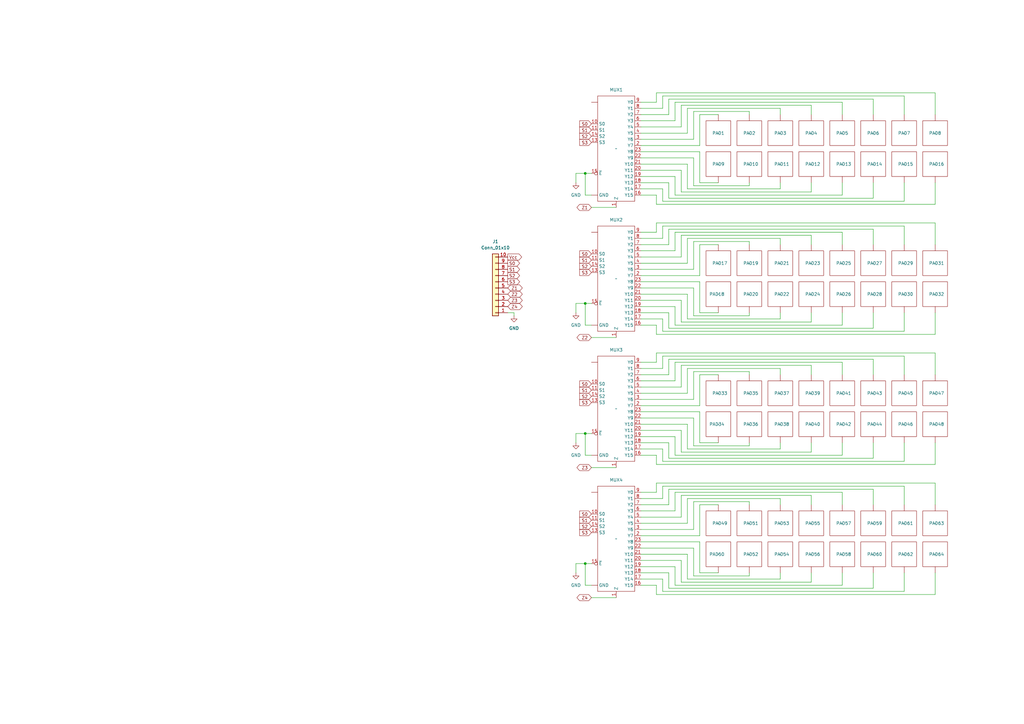
<source format=kicad_sch>
(kicad_sch (version 20230121) (generator eeschema)
  (paper "A3")
  (lib_symbols
    (symbol "Connector_Generic:Conn_01x10" (pin_names (offset 1.016) hide)
      (property "Reference" "J" (at 0 12.7 0))
      (property "Value" "Conn_01x10" (at 0 -15.24 0))
      (symbol "Conn_01x10_1_1"
        (rectangle (start -1.27 -12.573) (end 0 -12.827) (stroke (width 0.1524)))
        (rectangle (start -1.27 -10.033) (end 0 -10.287) (stroke (width 0.1524)))
        (rectangle (start -1.27 -7.493) (end 0 -7.747) (stroke (width 0.1524)))
        (rectangle (start -1.27 -4.953) (end 0 -5.207) (stroke (width 0.1524)))
        (rectangle (start -1.27 -2.413) (end 0 -2.667) (stroke (width 0.1524)))
        (rectangle (start -1.27 0.127) (end 0 -0.127) (stroke (width 0.1524)))
        (rectangle (start -1.27 2.667) (end 0 2.413) (stroke (width 0.1524)))
        (rectangle (start -1.27 5.207) (end 0 4.953) (stroke (width 0.1524)))
        (rectangle (start -1.27 7.747) (end 0 7.493) (stroke (width 0.1524)))
        (rectangle (start -1.27 10.287) (end 0 10.033) (stroke (width 0.1524)))
        (rectangle (start -1.27 11.43) (end 1.27 -13.97) (stroke (width 0.254)) (fill (type background)))
        (pin passive line (at -5.08 10.16 0) (length 3.81) (name "Pin_1") (number "1"))
        (pin passive line (at -5.08 -12.7 0) (length 3.81) (name "Pin_10") (number "10"))
        (pin passive line (at -5.08 7.62 0) (length 3.81) (name "Pin_2") (number "2"))
        (pin passive line (at -5.08 5.08 0) (length 3.81) (name "Pin_3") (number "3"))
        (pin passive line (at -5.08 2.54 0) (length 3.81) (name "Pin_4") (number "4"))
        (pin passive line (at -5.08 0 0) (length 3.81) (name "Pin_5") (number "5"))
        (pin passive line (at -5.08 -2.54 0) (length 3.81) (name "Pin_6") (number "6"))
        (pin passive line (at -5.08 -5.08 0) (length 3.81) (name "Pin_7") (number "7"))
        (pin passive line (at -5.08 -7.62 0) (length 3.81) (name "Pin_8") (number "8"))
        (pin passive line (at -5.08 -10.16 0) (length 3.81) (name "Pin_9") (number "9"))
      )
    )
    (symbol "gridcap_symbols:74HC4067PW-Q100J"
      (property "Reference" "MUX" (at 0 0 0))
      (symbol "74HC4067PW-Q100J_0_1"
        (rectangle (start -7.62 21.59) (end 7.62 -21.59))
      )
      (symbol "74HC4067PW-Q100J_1_1"
        (pin power_in line (at -10.16 19.05 0) (length 2.54) (name "") (number ""))
        (pin power_in line (at -10.16 -19.05 0) (length 2.54) (name "GND") (number ""))
        (pin bidirectional line (at 0 -24.13 90) (length 2.54) (name "Z") (number "1"))
        (pin input line (at -10.16 10.16 0) (length 2.54) (name "S0") (number "10"))
        (pin input line (at -10.16 7.62 0) (length 2.54) (name "S1") (number "11"))
        (pin input line (at -10.16 2.54 0) (length 2.54) (name "S3") (number "13"))
        (pin input line (at -10.16 5.08 0) (length 2.54) (name "S2") (number "14"))
        (pin input inverted (at -10.16 -10.16 0) (length 2.54) (name "~{E}") (number "15"))
        (pin bidirectional line (at 10.16 -19.05 180) (length 2.54) (name "Y15") (number "16"))
        (pin bidirectional line (at 10.16 -16.51 180) (length 2.54) (name "Y14") (number "17"))
        (pin bidirectional line (at 10.16 -13.97 180) (length 2.54) (name "Y13") (number "18"))
        (pin bidirectional line (at 10.16 -11.43 180) (length 2.54) (name "Y12") (number "19"))
        (pin bidirectional line (at 10.16 1.27 180) (length 2.54) (name "Y7") (number "2"))
        (pin bidirectional line (at 10.16 -8.89 180) (length 2.54) (name "Y11") (number "20"))
        (pin bidirectional line (at 10.16 -6.35 180) (length 2.54) (name "Y10") (number "21"))
        (pin bidirectional line (at 10.16 -3.81 180) (length 2.54) (name "Y9") (number "22"))
        (pin bidirectional line (at 10.16 -1.27 180) (length 2.54) (name "Y8") (number "23"))
        (pin bidirectional line (at 10.16 3.81 180) (length 2.54) (name "Y6") (number "3"))
        (pin bidirectional line (at 10.16 6.35 180) (length 2.54) (name "Y5") (number "4"))
        (pin bidirectional line (at 10.16 8.89 180) (length 2.54) (name "Y4") (number "5"))
        (pin bidirectional line (at 10.16 11.43 180) (length 2.54) (name "Y3") (number "6"))
        (pin bidirectional line (at 10.16 13.97 180) (length 2.54) (name "Y2") (number "7"))
        (pin bidirectional line (at 10.16 16.51 180) (length 2.54) (name "Y1") (number "8"))
        (pin bidirectional line (at 10.16 19.05 180) (length 2.54) (name "Y0") (number "9"))
      )
    )
    (symbol "gridcap_symbols:CAPACITOR_PAD"
      (property "Reference" "PAD" (at 0 0 0))
      (symbol "CAPACITOR_PAD_0_1"
        (rectangle (start -5.08 5.08) (end 5.08 -5.08))
      )
      (symbol "CAPACITOR_PAD_1_1"
        (pin bidirectional line (at 0 7.62 270) (length 2.54) (name "") (number ""))
      )
    )
    (symbol "power:GND" (power) (pin_names (offset 0))
      (property "Value" "GND" (at 0 -3.81 0))
      (symbol "GND_0_1"
        (polyline (pts (xy 0 0) (xy 0 -1.27) (xy 1.27 -1.27) (xy 0 -2.54) (xy -1.27 -1.27) (xy 0 -1.27)))
      )
      (symbol "GND_1_1"
        (pin power_in line (at 0 0 270) (length 0) hide (name "GND") (number "1"))
      )
    )
  )
  (junction (at 240.03 177.8))
  (junction (at 240.03 231.14))
  (junction (at 240.03 71.12))
  (junction (at 240.03 124.46))
  (wire (pts (xy 345.44 240.03) (xy 345.44 234.95)))
  (wire (pts (xy 269.24 240.03) (xy 269.24 243.84)))
  (wire (pts (xy 370.84 92.71) (xy 370.84 100.33)))
  (wire (pts (xy 208.28 128.27) (xy 210.82 128.27)))
  (wire (pts (xy 279.4 185.42) (xy 332.74 185.42)))
  (wire (pts (xy 320.04 97.79) (xy 320.04 100.33)))
  (wire (pts (xy 307.34 236.22) (xy 307.34 234.95)))
  (wire (pts (xy 271.78 77.47) (xy 271.78 82.55)))
  (wire (pts (xy 281.94 237.49) (xy 320.04 237.49)))
  (wire (pts (xy 262.89 74.93) (xy 274.32 74.93)))
  (wire (pts (xy 242.57 124.46) (xy 240.03 124.46)))
  (wire (pts (xy 262.89 227.33) (xy 281.94 227.33)))
  (wire (pts (xy 262.89 166.37) (xy 287.02 166.37)))
  (wire (pts (xy 276.86 240.03) (xy 345.44 240.03)))
  (wire (pts (xy 274.32 93.98) (xy 358.14 93.98)))
  (wire (pts (xy 281.94 120.65) (xy 281.94 130.81)))
  (wire (pts (xy 262.89 204.47) (xy 271.78 204.47)))
  (wire (pts (xy 262.89 130.81) (xy 271.78 130.81)))
  (wire (pts (xy 242.57 85.09) (xy 252.73 85.09)))
  (wire (pts (xy 276.86 133.35) (xy 345.44 133.35)))
  (wire (pts (xy 262.89 171.45) (xy 284.48 171.45)))
  (wire (pts (xy 332.74 185.42) (xy 332.74 181.61)))
  (wire (pts (xy 279.4 132.08) (xy 332.74 132.08)))
  (wire (pts (xy 210.82 128.27) (xy 210.82 129.54)))
  (wire (pts (xy 271.78 92.71) (xy 370.84 92.71)))
  (wire (pts (xy 262.89 234.95) (xy 274.32 234.95)))
  (wire (pts (xy 269.24 41.91) (xy 262.89 41.91)))
  (wire (pts (xy 287.02 59.69) (xy 287.02 46.99)))
  (wire (pts (xy 242.57 245.11) (xy 252.73 245.11)))
  (wire (pts (xy 274.32 46.99) (xy 274.32 40.64)))
  (wire (pts (xy 320.04 204.47) (xy 320.04 207.01)))
  (wire (pts (xy 281.94 161.29) (xy 281.94 151.13)))
  (wire (pts (xy 269.24 144.78) (xy 383.54 144.78)))
  (wire (pts (xy 262.89 118.11) (xy 284.48 118.11)))
  (wire (pts (xy 281.94 107.95) (xy 281.94 97.79)))
  (wire (pts (xy 262.89 52.07) (xy 279.4 52.07)))
  (wire (pts (xy 276.86 186.69) (xy 345.44 186.69)))
  (wire (pts (xy 320.04 151.13) (xy 320.04 153.67)))
  (wire (pts (xy 358.14 134.62) (xy 358.14 128.27)))
  (wire (pts (xy 281.94 54.61) (xy 281.94 44.45)))
  (wire (pts (xy 287.02 222.25) (xy 287.02 234.95)))
  (wire (pts (xy 345.44 80.01) (xy 345.44 74.93)))
  (wire (pts (xy 262.89 69.85) (xy 279.4 69.85)))
  (wire (pts (xy 262.89 212.09) (xy 279.4 212.09)))
  (wire (pts (xy 276.86 179.07) (xy 276.86 186.69)))
  (wire (pts (xy 307.34 129.54) (xy 307.34 128.27)))
  (wire (pts (xy 236.22 124.46) (xy 236.22 128.27)))
  (wire (pts (xy 271.78 39.37) (xy 370.84 39.37)))
  (wire (pts (xy 276.86 80.01) (xy 345.44 80.01)))
  (wire (pts (xy 287.02 181.61) (xy 294.64 181.61)))
  (wire (pts (xy 281.94 44.45) (xy 320.04 44.45)))
  (wire (pts (xy 262.89 105.41) (xy 279.4 105.41)))
  (wire (pts (xy 279.4 52.07) (xy 279.4 43.18)))
  (wire (pts (xy 287.02 207.01) (xy 294.64 207.01)))
  (wire (pts (xy 279.4 176.53) (xy 279.4 185.42)))
  (wire (pts (xy 284.48 118.11) (xy 284.48 129.54)))
  (wire (pts (xy 383.54 38.1) (xy 383.54 46.99)))
  (wire (pts (xy 332.74 132.08) (xy 332.74 128.27)))
  (wire (pts (xy 262.89 97.79) (xy 271.78 97.79)))
  (wire (pts (xy 276.86 95.25) (xy 345.44 95.25)))
  (wire (pts (xy 240.03 231.14) (xy 236.22 231.14)))
  (wire (pts (xy 262.89 186.69) (xy 269.24 186.69)))
  (wire (pts (xy 269.24 190.5) (xy 383.54 190.5)))
  (wire (pts (xy 269.24 41.91) (xy 269.24 38.1)))
  (wire (pts (xy 274.32 40.64) (xy 358.14 40.64)))
  (wire (pts (xy 307.34 76.2) (xy 307.34 74.93)))
  (wire (pts (xy 240.03 186.69) (xy 240.03 177.8)))
  (wire (pts (xy 276.86 232.41) (xy 276.86 240.03)))
  (wire (pts (xy 276.86 125.73) (xy 276.86 133.35)))
  (wire (pts (xy 262.89 219.71) (xy 287.02 219.71)))
  (wire (pts (xy 383.54 144.78) (xy 383.54 153.67)))
  (wire (pts (xy 269.24 137.16) (xy 383.54 137.16)))
  (wire (pts (xy 240.03 124.46) (xy 236.22 124.46)))
  (wire (pts (xy 262.89 232.41) (xy 276.86 232.41)))
  (wire (pts (xy 287.02 153.67) (xy 294.64 153.67)))
  (wire (pts (xy 269.24 95.25) (xy 262.89 95.25)))
  (wire (pts (xy 240.03 133.35) (xy 240.03 124.46)))
  (wire (pts (xy 262.89 214.63) (xy 281.94 214.63)))
  (wire (pts (xy 287.02 128.27) (xy 294.64 128.27)))
  (wire (pts (xy 383.54 83.82) (xy 383.54 74.93)))
  (wire (pts (xy 262.89 161.29) (xy 281.94 161.29)))
  (wire (pts (xy 262.89 67.31) (xy 281.94 67.31)))
  (wire (pts (xy 284.48 76.2) (xy 307.34 76.2)))
  (wire (pts (xy 236.22 71.12) (xy 236.22 74.93)))
  (wire (pts (xy 281.94 214.63) (xy 281.94 204.47)))
  (wire (pts (xy 271.78 130.81) (xy 271.78 135.89)))
  (wire (pts (xy 287.02 166.37) (xy 287.02 153.67)))
  (wire (pts (xy 274.32 200.66) (xy 358.14 200.66)))
  (wire (pts (xy 383.54 198.12) (xy 383.54 207.01)))
  (wire (pts (xy 287.02 62.23) (xy 287.02 74.93)))
  (wire (pts (xy 242.57 80.01) (xy 240.03 80.01)))
  (wire (pts (xy 269.24 198.12) (xy 383.54 198.12)))
  (wire (pts (xy 279.4 229.87) (xy 279.4 238.76)))
  (wire (pts (xy 307.34 182.88) (xy 307.34 181.61)))
  (wire (pts (xy 269.24 148.59) (xy 269.24 144.78)))
  (wire (pts (xy 262.89 125.73) (xy 276.86 125.73)))
  (wire (pts (xy 284.48 57.15) (xy 284.48 45.72)))
  (wire (pts (xy 262.89 110.49) (xy 284.48 110.49)))
  (wire (pts (xy 236.22 177.8) (xy 236.22 181.61)))
  (wire (pts (xy 284.48 110.49) (xy 284.48 99.06)))
  (wire (pts (xy 274.32 100.33) (xy 274.32 93.98)))
  (wire (pts (xy 269.24 148.59) (xy 262.89 148.59)))
  (wire (pts (xy 269.24 201.93) (xy 269.24 198.12)))
  (wire (pts (xy 370.84 82.55) (xy 370.84 74.93)))
  (wire (pts (xy 242.57 240.03) (xy 240.03 240.03)))
  (wire (pts (xy 242.57 133.35) (xy 240.03 133.35)))
  (wire (pts (xy 281.94 173.99) (xy 281.94 184.15)))
  (wire (pts (xy 262.89 49.53) (xy 276.86 49.53)))
  (wire (pts (xy 284.48 45.72) (xy 307.34 45.72)))
  (wire (pts (xy 345.44 41.91) (xy 345.44 46.99)))
  (wire (pts (xy 242.57 138.43) (xy 252.73 138.43)))
  (wire (pts (xy 287.02 219.71) (xy 287.02 207.01)))
  (wire (pts (xy 274.32 81.28) (xy 358.14 81.28)))
  (wire (pts (xy 262.89 229.87) (xy 279.4 229.87)))
  (wire (pts (xy 281.94 227.33) (xy 281.94 237.49)))
  (wire (pts (xy 262.89 179.07) (xy 276.86 179.07)))
  (wire (pts (xy 262.89 64.77) (xy 284.48 64.77)))
  (wire (pts (xy 262.89 133.35) (xy 269.24 133.35)))
  (wire (pts (xy 332.74 238.76) (xy 332.74 234.95)))
  (wire (pts (xy 274.32 153.67) (xy 274.32 147.32)))
  (wire (pts (xy 271.78 242.57) (xy 370.84 242.57)))
  (wire (pts (xy 307.34 99.06) (xy 307.34 100.33)))
  (wire (pts (xy 240.03 71.12) (xy 236.22 71.12)))
  (wire (pts (xy 279.4 212.09) (xy 279.4 203.2)))
  (wire (pts (xy 271.78 82.55) (xy 370.84 82.55)))
  (wire (pts (xy 279.4 238.76) (xy 332.74 238.76)))
  (wire (pts (xy 370.84 146.05) (xy 370.84 153.67)))
  (wire (pts (xy 274.32 128.27) (xy 274.32 134.62)))
  (wire (pts (xy 271.78 204.47) (xy 271.78 199.39)))
  (wire (pts (xy 307.34 205.74) (xy 307.34 207.01)))
  (wire (pts (xy 269.24 201.93) (xy 262.89 201.93)))
  (wire (pts (xy 281.94 67.31) (xy 281.94 77.47)))
  (wire (pts (xy 320.04 130.81) (xy 320.04 128.27)))
  (wire (pts (xy 274.32 187.96) (xy 358.14 187.96)))
  (wire (pts (xy 262.89 113.03) (xy 287.02 113.03)))
  (wire (pts (xy 262.89 153.67) (xy 274.32 153.67)))
  (wire (pts (xy 307.34 45.72) (xy 307.34 46.99)))
  (wire (pts (xy 271.78 199.39) (xy 370.84 199.39)))
  (wire (pts (xy 262.89 209.55) (xy 276.86 209.55)))
  (wire (pts (xy 358.14 93.98) (xy 358.14 100.33)))
  (wire (pts (xy 262.89 224.79) (xy 284.48 224.79)))
  (wire (pts (xy 262.89 57.15) (xy 284.48 57.15)))
  (wire (pts (xy 269.24 95.25) (xy 269.24 91.44)))
  (wire (pts (xy 271.78 146.05) (xy 370.84 146.05)))
  (wire (pts (xy 345.44 133.35) (xy 345.44 128.27)))
  (wire (pts (xy 287.02 100.33) (xy 294.64 100.33)))
  (wire (pts (xy 276.86 156.21) (xy 276.86 148.59)))
  (wire (pts (xy 358.14 200.66) (xy 358.14 207.01)))
  (wire (pts (xy 284.48 217.17) (xy 284.48 205.74)))
  (wire (pts (xy 274.32 181.61) (xy 274.32 187.96)))
  (wire (pts (xy 320.04 44.45) (xy 320.04 46.99)))
  (wire (pts (xy 262.89 240.03) (xy 269.24 240.03)))
  (wire (pts (xy 287.02 234.95) (xy 294.64 234.95)))
  (wire (pts (xy 279.4 69.85) (xy 279.4 78.74)))
  (wire (pts (xy 262.89 207.01) (xy 274.32 207.01)))
  (wire (pts (xy 262.89 184.15) (xy 271.78 184.15)))
  (wire (pts (xy 345.44 148.59) (xy 345.44 153.67)))
  (wire (pts (xy 262.89 163.83) (xy 284.48 163.83)))
  (wire (pts (xy 242.57 71.12) (xy 240.03 71.12)))
  (wire (pts (xy 284.48 224.79) (xy 284.48 236.22)))
  (wire (pts (xy 281.94 151.13) (xy 320.04 151.13)))
  (wire (pts (xy 262.89 151.13) (xy 271.78 151.13)))
  (wire (pts (xy 358.14 241.3) (xy 358.14 234.95)))
  (wire (pts (xy 262.89 120.65) (xy 281.94 120.65)))
  (wire (pts (xy 274.32 241.3) (xy 358.14 241.3)))
  (wire (pts (xy 383.54 190.5) (xy 383.54 181.61)))
  (wire (pts (xy 358.14 40.64) (xy 358.14 46.99)))
  (wire (pts (xy 345.44 95.25) (xy 345.44 100.33)))
  (wire (pts (xy 358.14 81.28) (xy 358.14 74.93)))
  (wire (pts (xy 274.32 207.01) (xy 274.32 200.66)))
  (wire (pts (xy 370.84 189.23) (xy 370.84 181.61)))
  (wire (pts (xy 287.02 74.93) (xy 294.64 74.93)))
  (wire (pts (xy 281.94 130.81) (xy 320.04 130.81)))
  (wire (pts (xy 269.24 133.35) (xy 269.24 137.16)))
  (wire (pts (xy 279.4 105.41) (xy 279.4 96.52)))
  (wire (pts (xy 276.86 148.59) (xy 345.44 148.59)))
  (wire (pts (xy 287.02 168.91) (xy 287.02 181.61)))
  (wire (pts (xy 262.89 54.61) (xy 281.94 54.61)))
  (wire (pts (xy 240.03 240.03) (xy 240.03 231.14)))
  (wire (pts (xy 370.84 135.89) (xy 370.84 128.27)))
  (wire (pts (xy 262.89 156.21) (xy 276.86 156.21)))
  (wire (pts (xy 269.24 186.69) (xy 269.24 190.5)))
  (wire (pts (xy 284.48 182.88) (xy 307.34 182.88)))
  (wire (pts (xy 320.04 184.15) (xy 320.04 181.61)))
  (wire (pts (xy 279.4 96.52) (xy 332.74 96.52)))
  (wire (pts (xy 271.78 151.13) (xy 271.78 146.05)))
  (wire (pts (xy 284.48 99.06) (xy 307.34 99.06)))
  (wire (pts (xy 262.89 222.25) (xy 287.02 222.25)))
  (wire (pts (xy 262.89 173.99) (xy 281.94 173.99)))
  (wire (pts (xy 262.89 128.27) (xy 274.32 128.27)))
  (wire (pts (xy 284.48 171.45) (xy 284.48 182.88)))
  (wire (pts (xy 271.78 135.89) (xy 370.84 135.89)))
  (wire (pts (xy 262.89 168.91) (xy 287.02 168.91)))
  (wire (pts (xy 287.02 115.57) (xy 287.02 128.27)))
  (wire (pts (xy 383.54 91.44) (xy 383.54 100.33)))
  (wire (pts (xy 281.94 184.15) (xy 320.04 184.15)))
  (wire (pts (xy 276.86 41.91) (xy 345.44 41.91)))
  (wire (pts (xy 370.84 39.37) (xy 370.84 46.99)))
  (wire (pts (xy 274.32 134.62) (xy 358.14 134.62)))
  (wire (pts (xy 262.89 72.39) (xy 276.86 72.39)))
  (wire (pts (xy 370.84 242.57) (xy 370.84 234.95)))
  (wire (pts (xy 284.48 163.83) (xy 284.48 152.4)))
  (wire (pts (xy 284.48 236.22) (xy 307.34 236.22)))
  (wire (pts (xy 281.94 77.47) (xy 320.04 77.47)))
  (wire (pts (xy 262.89 107.95) (xy 281.94 107.95)))
  (wire (pts (xy 262.89 100.33) (xy 274.32 100.33)))
  (wire (pts (xy 284.48 205.74) (xy 307.34 205.74)))
  (wire (pts (xy 383.54 137.16) (xy 383.54 128.27)))
  (wire (pts (xy 276.86 102.87) (xy 276.86 95.25)))
  (wire (pts (xy 320.04 237.49) (xy 320.04 234.95)))
  (wire (pts (xy 271.78 189.23) (xy 370.84 189.23)))
  (wire (pts (xy 242.57 231.14) (xy 240.03 231.14)))
  (wire (pts (xy 281.94 204.47) (xy 320.04 204.47)))
  (wire (pts (xy 271.78 237.49) (xy 271.78 242.57)))
  (wire (pts (xy 383.54 243.84) (xy 383.54 234.95)))
  (wire (pts (xy 240.03 80.01) (xy 240.03 71.12)))
  (wire (pts (xy 262.89 77.47) (xy 271.78 77.47)))
  (wire (pts (xy 274.32 234.95) (xy 274.32 241.3)))
  (wire (pts (xy 332.74 43.18) (xy 332.74 46.99)))
  (wire (pts (xy 262.89 115.57) (xy 287.02 115.57)))
  (wire (pts (xy 276.86 201.93) (xy 345.44 201.93)))
  (wire (pts (xy 262.89 62.23) (xy 287.02 62.23)))
  (wire (pts (xy 242.57 177.8) (xy 240.03 177.8)))
  (wire (pts (xy 262.89 158.75) (xy 279.4 158.75)))
  (wire (pts (xy 269.24 38.1) (xy 383.54 38.1)))
  (wire (pts (xy 279.4 149.86) (xy 332.74 149.86)))
  (wire (pts (xy 345.44 201.93) (xy 345.44 207.01)))
  (wire (pts (xy 279.4 203.2) (xy 332.74 203.2)))
  (wire (pts (xy 276.86 209.55) (xy 276.86 201.93)))
  (wire (pts (xy 271.78 97.79) (xy 271.78 92.71)))
  (wire (pts (xy 287.02 113.03) (xy 287.02 100.33)))
  (wire (pts (xy 332.74 96.52) (xy 332.74 100.33)))
  (wire (pts (xy 242.57 191.77) (xy 252.73 191.77)))
  (wire (pts (xy 274.32 74.93) (xy 274.32 81.28)))
  (wire (pts (xy 262.89 217.17) (xy 284.48 217.17)))
  (wire (pts (xy 284.48 152.4) (xy 307.34 152.4)))
  (wire (pts (xy 276.86 72.39) (xy 276.86 80.01)))
  (wire (pts (xy 284.48 64.77) (xy 284.48 76.2)))
  (wire (pts (xy 358.14 147.32) (xy 358.14 153.67)))
  (wire (pts (xy 262.89 80.01) (xy 269.24 80.01)))
  (wire (pts (xy 332.74 78.74) (xy 332.74 74.93)))
  (wire (pts (xy 262.89 237.49) (xy 271.78 237.49)))
  (wire (pts (xy 271.78 44.45) (xy 271.78 39.37)))
  (wire (pts (xy 262.89 44.45) (xy 271.78 44.45)))
  (wire (pts (xy 271.78 184.15) (xy 271.78 189.23)))
  (wire (pts (xy 279.4 43.18) (xy 332.74 43.18)))
  (wire (pts (xy 269.24 80.01) (xy 269.24 83.82)))
  (wire (pts (xy 269.24 91.44) (xy 383.54 91.44)))
  (wire (pts (xy 276.86 49.53) (xy 276.86 41.91)))
  (wire (pts (xy 345.44 186.69) (xy 345.44 181.61)))
  (wire (pts (xy 274.32 147.32) (xy 358.14 147.32)))
  (wire (pts (xy 320.04 77.47) (xy 320.04 74.93)))
  (wire (pts (xy 279.4 123.19) (xy 279.4 132.08)))
  (wire (pts (xy 262.89 181.61) (xy 274.32 181.61)))
  (wire (pts (xy 332.74 203.2) (xy 332.74 207.01)))
  (wire (pts (xy 236.22 231.14) (xy 236.22 234.95)))
  (wire (pts (xy 262.89 59.69) (xy 287.02 59.69)))
  (wire (pts (xy 269.24 83.82) (xy 383.54 83.82)))
  (wire (pts (xy 279.4 78.74) (xy 332.74 78.74)))
  (wire (pts (xy 262.89 102.87) (xy 276.86 102.87)))
  (wire (pts (xy 284.48 129.54) (xy 307.34 129.54)))
  (wire (pts (xy 240.03 177.8) (xy 236.22 177.8)))
  (wire (pts (xy 262.89 123.19) (xy 279.4 123.19)))
  (wire (pts (xy 287.02 46.99) (xy 294.64 46.99)))
  (wire (pts (xy 358.14 187.96) (xy 358.14 181.61)))
  (wire (pts (xy 269.24 243.84) (xy 383.54 243.84)))
  (wire (pts (xy 332.74 149.86) (xy 332.74 153.67)))
  (wire (pts (xy 279.4 158.75) (xy 279.4 149.86)))
  (wire (pts (xy 242.57 186.69) (xy 240.03 186.69)))
  (wire (pts (xy 370.84 199.39) (xy 370.84 207.01)))
  (wire (pts (xy 262.89 176.53) (xy 279.4 176.53)))
  (wire (pts (xy 281.94 97.79) (xy 320.04 97.79)))
  (wire (pts (xy 307.34 152.4) (xy 307.34 153.67)))
  (wire (pts (xy 262.89 46.99) (xy 274.32 46.99)))
  (global_label "S3" (shape input) (at 242.57 58.42 180) (property "Intersheetrefs" "${INTERSHEET_REFS}" (effects hide)))
  (global_label "S1" (shape input) (at 242.57 106.68 180) (property "Intersheetrefs" "${INTERSHEET_REFS}" (effects hide)))
  (global_label "Vcc" (shape output) (at 208.28 105.41 0) (property "Intersheetrefs" "${INTERSHEET_REFS}" (effects hide)))
  (global_label "S0" (shape input) (at 242.57 157.48 180) (property "Intersheetrefs" "${INTERSHEET_REFS}" (effects hide)))
  (global_label "S1" (shape input) (at 242.57 160.02 180) (property "Intersheetrefs" "${INTERSHEET_REFS}" (effects hide)))
  (global_label "S0" (shape input) (at 242.57 50.8 180) (property "Intersheetrefs" "${INTERSHEET_REFS}" (effects hide)))
  (global_label "Z4" (shape bidirectional) (at 208.28 125.73 0) (property "Intersheetrefs" "${INTERSHEET_REFS}" (effects hide)))
  (global_label "S2" (shape input) (at 242.57 55.88 180) (property "Intersheetrefs" "${INTERSHEET_REFS}" (effects hide)))
  (global_label "S1" (shape input) (at 242.57 213.36 180) (property "Intersheetrefs" "${INTERSHEET_REFS}" (effects hide)))
  (global_label "Z2" (shape bidirectional) (at 208.28 120.65 0) (property "Intersheetrefs" "${INTERSHEET_REFS}" (effects hide)))
  (global_label "S1" (shape output) (at 208.28 110.49 0) (property "Intersheetrefs" "${INTERSHEET_REFS}" (effects hide)))
  (global_label "Z3" (shape bidirectional) (at 208.28 123.19 0) (property "Intersheetrefs" "${INTERSHEET_REFS}" (effects hide)))
  (global_label "S3" (shape input) (at 242.57 111.76 180) (property "Intersheetrefs" "${INTERSHEET_REFS}" (effects hide)))
  (global_label "S2" (shape input) (at 242.57 109.22 180) (property "Intersheetrefs" "${INTERSHEET_REFS}" (effects hide)))
  (global_label "S0" (shape output) (at 208.28 107.95 0) (property "Intersheetrefs" "${INTERSHEET_REFS}" (effects hide)))
  (global_label "S0" (shape input) (at 242.57 210.82 180) (property "Intersheetrefs" "${INTERSHEET_REFS}" (effects hide)))
  (global_label "S2" (shape output) (at 208.28 113.03 0) (property "Intersheetrefs" "${INTERSHEET_REFS}" (effects hide)))
  (global_label "S3" (shape input) (at 242.57 218.44 180) (property "Intersheetrefs" "${INTERSHEET_REFS}" (effects hide)))
  (global_label "Z4" (shape bidirectional) (at 242.57 245.11 180) (property "Intersheetrefs" "${INTERSHEET_REFS}" (effects hide)))
  (global_label "S3" (shape input) (at 242.57 165.1 180) (property "Intersheetrefs" "${INTERSHEET_REFS}" (effects hide)))
  (global_label "S0" (shape input) (at 242.57 104.14 180) (property "Intersheetrefs" "${INTERSHEET_REFS}" (effects hide)))
  (global_label "Z1" (shape bidirectional) (at 208.28 118.11 0) (property "Intersheetrefs" "${INTERSHEET_REFS}" (effects hide)))
  (global_label "Z1" (shape bidirectional) (at 242.57 85.09 180) (property "Intersheetrefs" "${INTERSHEET_REFS}" (effects hide)))
  (global_label "S1" (shape input) (at 242.57 53.34 180) (property "Intersheetrefs" "${INTERSHEET_REFS}" (effects hide)))
  (global_label "Z2" (shape bidirectional) (at 242.57 138.43 180) (property "Intersheetrefs" "${INTERSHEET_REFS}" (effects hide)))
  (global_label "S2" (shape input) (at 242.57 215.9 180) (property "Intersheetrefs" "${INTERSHEET_REFS}" (effects hide)))
  (global_label "Z3" (shape bidirectional) (at 242.57 191.77 180) (property "Intersheetrefs" "${INTERSHEET_REFS}" (effects hide)))
  (global_label "S3" (shape output) (at 208.28 115.57 0) (property "Intersheetrefs" "${INTERSHEET_REFS}" (effects hide)))
  (global_label "S2" (shape input) (at 242.57 162.56 180) (property "Intersheetrefs" "${INTERSHEET_REFS}" (effects hide)))
  (symbol (lib_id "gridcap_symbols:CAPACITOR_PAD") (at 345.44 107.95 0) (unit 1)
    (property "Reference" "PAD25" (at 342.9 107.95 0) (effects (justify left)))
    (property "Value" "~" (at 345.44 107.95 0))
    (property "Footprint" "gridcap_footprints:CAPACITOR_PAD" (effects hide))
  )
  (symbol (lib_id "gridcap_symbols:CAPACITOR_PAD") (at 332.74 120.65 0) (mirror x) (unit 1)
    (property "Reference" "PAD24" (at 330.2 120.65 0) (effects (justify left)))
    (property "Value" "~" (at 332.74 120.65 0))
    (property "Footprint" "gridcap_footprints:CAPACITOR_PAD" (effects hide))
  )
  (symbol (lib_id "gridcap_symbols:CAPACITOR_PAD") (at 358.14 214.63 0) (unit 1)
    (property "Reference" "PAD59" (at 355.6 214.63 0) (effects (justify left)))
    (property "Value" "~" (at 358.14 214.63 0))
    (property "Footprint" "gridcap_footprints:CAPACITOR_PAD" (effects hide))
  )
  (symbol (lib_id "gridcap_symbols:CAPACITOR_PAD") (at 307.34 173.99 0) (mirror x) (unit 1)
    (property "Reference" "PAD36" (at 304.8 173.99 0) (effects (justify left)))
    (property "Value" "~" (at 307.34 173.99 0))
    (property "Footprint" "gridcap_footprints:CAPACITOR_PAD" (effects hide))
  )
  (symbol (lib_id "gridcap_symbols:CAPACITOR_PAD") (at 370.84 227.33 0) (mirror x) (unit 1)
    (property "Reference" "PAD62" (at 368.3 227.33 0) (effects (justify left)))
    (property "Value" "~" (at 370.84 227.33 0))
    (property "Footprint" "gridcap_footprints:CAPACITOR_PAD" (effects hide))
  )
  (symbol (lib_id "gridcap_symbols:CAPACITOR_PAD") (at 383.54 107.95 0) (unit 1)
    (property "Reference" "PAD31" (at 381 107.95 0) (effects (justify left)))
    (property "Value" "~" (at 383.54 107.95 0))
    (property "Footprint" "gridcap_footprints:CAPACITOR_PAD" (effects hide))
  )
  (symbol (lib_id "gridcap_symbols:CAPACITOR_PAD") (at 320.04 107.95 0) (unit 1)
    (property "Reference" "PAD21" (at 317.5 107.95 0) (effects (justify left)))
    (property "Value" "~" (at 320.04 107.95 0))
    (property "Footprint" "gridcap_footprints:CAPACITOR_PAD" (effects hide))
  )
  (symbol (lib_id "gridcap_symbols:CAPACITOR_PAD") (at 370.84 54.61 0) (unit 1)
    (property "Reference" "PAD7" (at 368.3 54.61 0) (effects (justify left)))
    (property "Value" "~" (at 370.84 54.61 0))
    (property "Footprint" "gridcap_footprints:CAPACITOR_PAD" (effects hide))
  )
  (symbol (lib_id "gridcap_symbols:CAPACITOR_PAD") (at 383.54 120.65 0) (mirror x) (unit 1)
    (property "Reference" "PAD32" (at 381 120.65 0) (effects (justify left)))
    (property "Value" "~" (at 383.54 120.65 0))
    (property "Footprint" "gridcap_footprints:CAPACITOR_PAD" (effects hide))
  )
  (symbol (lib_id "gridcap_symbols:CAPACITOR_PAD") (at 332.74 214.63 0) (unit 1)
    (property "Reference" "PAD55" (at 330.2 214.63 0) (effects (justify left)))
    (property "Value" "~" (at 332.74 214.63 0))
    (property "Footprint" "gridcap_footprints:CAPACITOR_PAD" (effects hide))
  )
  (symbol (lib_id "power:GND") (at 236.22 128.27 0) (unit 1)
    (property "Reference" "#PWR02" (effects hide))
    (property "Value" "GND" (at 236.22 133.35 0))
  )
  (symbol (lib_id "gridcap_symbols:CAPACITOR_PAD") (at 307.34 120.65 0) (mirror x) (unit 1)
    (property "Reference" "PAD20" (at 304.8 120.65 0) (effects (justify left)))
    (property "Value" "~" (at 307.34 120.65 0))
    (property "Footprint" "gridcap_footprints:CAPACITOR_PAD" (effects hide))
  )
  (symbol (lib_id "gridcap_symbols:CAPACITOR_PAD") (at 320.04 161.29 0) (unit 1)
    (property "Reference" "PAD37" (at 317.5 161.29 0) (effects (justify left)))
    (property "Value" "~" (at 320.04 161.29 0))
    (property "Footprint" "gridcap_footprints:CAPACITOR_PAD" (effects hide))
  )
  (symbol (lib_id "gridcap_symbols:CAPACITOR_PAD") (at 370.84 107.95 0) (unit 1)
    (property "Reference" "PAD29" (at 368.3 107.95 0) (effects (justify left)))
    (property "Value" "~" (at 370.84 107.95 0))
    (property "Footprint" "gridcap_footprints:CAPACITOR_PAD" (effects hide))
  )
  (symbol (lib_id "gridcap_symbols:CAPACITOR_PAD") (at 332.74 161.29 0) (unit 1)
    (property "Reference" "PAD39" (at 330.2 161.29 0) (effects (justify left)))
    (property "Value" "~" (at 332.74 161.29 0))
    (property "Footprint" "gridcap_footprints:CAPACITOR_PAD" (effects hide))
  )
  (symbol (lib_id "gridcap_symbols:CAPACITOR_PAD") (at 345.44 54.61 0) (unit 1)
    (property "Reference" "PAD5" (at 342.9 54.61 0) (effects (justify left)))
    (property "Value" "~" (at 345.44 54.61 0))
    (property "Footprint" "gridcap_footprints:CAPACITOR_PAD" (effects hide))
  )
  (symbol (lib_id "gridcap_symbols:CAPACITOR_PAD") (at 345.44 67.31 0) (mirror x) (unit 1)
    (property "Reference" "PAD13" (at 342.9 67.31 0) (effects (justify left)))
    (property "Value" "~" (at 345.44 67.31 0))
    (property "Footprint" "gridcap_footprints:CAPACITOR_PAD" (effects hide))
  )
  (symbol (lib_id "power:GND") (at 210.82 129.54 0) (unit 1)
    (property "Reference" "#PWR05" (effects hide))
    (property "Value" "GND" (at 210.82 134.62 0))
  )
  (symbol (lib_id "gridcap_symbols:CAPACITOR_PAD") (at 345.44 120.65 0) (mirror x) (unit 1)
    (property "Reference" "PAD26" (at 342.9 120.65 0) (effects (justify left)))
    (property "Value" "~" (at 345.44 120.65 0))
    (property "Footprint" "gridcap_footprints:CAPACITOR_PAD" (effects hide))
  )
  (symbol (lib_id "gridcap_symbols:CAPACITOR_PAD") (at 307.34 161.29 0) (unit 1)
    (property "Reference" "PAD35" (at 304.8 161.29 0) (effects (justify left)))
    (property "Value" "~" (at 307.34 161.29 0))
    (property "Footprint" "gridcap_footprints:CAPACITOR_PAD" (effects hide))
  )
  (symbol (lib_id "gridcap_symbols:CAPACITOR_PAD") (at 383.54 214.63 0) (unit 1)
    (property "Reference" "PAD63" (at 381 214.63 0) (effects (justify left)))
    (property "Value" "~" (at 383.54 214.63 0))
    (property "Footprint" "gridcap_footprints:CAPACITOR_PAD" (effects hide))
  )
  (symbol (lib_id "gridcap_symbols:CAPACITOR_PAD") (at 370.84 161.29 0) (unit 1)
    (property "Reference" "PAD45" (at 368.3 161.29 0) (effects (justify left)))
    (property "Value" "~" (at 370.84 161.29 0))
    (property "Footprint" "gridcap_footprints:CAPACITOR_PAD" (effects hide))
  )
  (symbol (lib_id "gridcap_symbols:CAPACITOR_PAD") (at 370.84 214.63 0) (unit 1)
    (property "Reference" "PAD61" (at 368.3 214.63 0) (effects (justify left)))
    (property "Value" "~" (at 370.84 214.63 0))
    (property "Footprint" "gridcap_footprints:CAPACITOR_PAD" (effects hide))
  )
  (symbol (lib_id "gridcap_symbols:CAPACITOR_PAD") (at 294.64 227.33 180) (unit 1)
    (property "Reference" "PAD50" (at 297.18 227.33 0) (effects (justify left)))
    (property "Value" "~" (at 294.64 227.33 0))
    (property "Footprint" "gridcap_footprints:CAPACITOR_PAD" (effects hide))
  )
  (symbol (lib_id "gridcap_symbols:CAPACITOR_PAD") (at 358.14 107.95 0) (unit 1)
    (property "Reference" "PAD27" (at 355.6 107.95 0) (effects (justify left)))
    (property "Value" "~" (at 358.14 107.95 0))
    (property "Footprint" "gridcap_footprints:CAPACITOR_PAD" (effects hide))
  )
  (symbol (lib_id "gridcap_symbols:CAPACITOR_PAD") (at 332.74 107.95 0) (unit 1)
    (property "Reference" "PAD23" (at 330.2 107.95 0) (effects (justify left)))
    (property "Value" "~" (at 332.74 107.95 0))
    (property "Footprint" "gridcap_footprints:CAPACITOR_PAD" (effects hide))
  )
  (symbol (lib_id "power:GND") (at 236.22 234.95 0) (unit 1)
    (property "Reference" "#PWR04" (effects hide))
    (property "Value" "GND" (at 236.22 240.03 0))
  )
  (symbol (lib_id "Connector_Generic:Conn_01x10") (at 203.2 118.11 180) (unit 1)
    (property "Reference" "J1" (at 203.2 99.06 0))
    (property "Value" "Conn_01x10" (at 203.2 101.6 0))
  )
  (symbol (lib_id "gridcap_symbols:CAPACITOR_PAD") (at 370.84 120.65 0) (mirror x) (unit 1)
    (property "Reference" "PAD30" (at 368.3 120.65 0) (effects (justify left)))
    (property "Value" "~" (at 370.84 120.65 0))
    (property "Footprint" "gridcap_footprints:CAPACITOR_PAD" (effects hide))
  )
  (symbol (lib_id "gridcap_symbols:CAPACITOR_PAD") (at 358.14 161.29 0) (unit 1)
    (property "Reference" "PAD43" (at 355.6 161.29 0) (effects (justify left)))
    (property "Value" "~" (at 358.14 161.29 0))
    (property "Footprint" "gridcap_footprints:CAPACITOR_PAD" (effects hide))
  )
  (symbol (lib_id "gridcap_symbols:74HC4067PW-Q100J") (at 252.73 114.3 0) (unit 1)
    (property "Reference" "MUX2" (at 252.73 90.17 0))
    (property "Value" "~" (at 252.73 114.3 0))
    (property "Footprint" "gridcap_footprints:74HC4067PW-Q100J" (effects hide))
  )
  (symbol (lib_id "gridcap_symbols:74HC4067PW-Q100J") (at 252.73 60.96 0) (unit 1)
    (property "Reference" "MUX1" (at 252.73 36.83 0))
    (property "Value" "~" (at 252.73 60.96 0))
    (property "Footprint" "gridcap_footprints:74HC4067PW-Q100J" (effects hide))
  )
  (symbol (lib_id "power:GND") (at 236.22 181.61 0) (unit 1)
    (property "Reference" "#PWR03" (effects hide))
    (property "Value" "GND" (at 236.22 186.69 0))
  )
  (symbol (lib_id "gridcap_symbols:CAPACITOR_PAD") (at 307.34 54.61 0) (unit 1)
    (property "Reference" "PAD2" (at 304.8 54.61 0) (effects (justify left)))
    (property "Value" "~" (at 307.34 54.61 0))
    (property "Footprint" "gridcap_footprints:CAPACITOR_PAD" (effects hide))
  )
  (symbol (lib_id "gridcap_symbols:CAPACITOR_PAD") (at 358.14 173.99 0) (mirror x) (unit 1)
    (property "Reference" "PAD44" (at 355.6 173.99 0) (effects (justify left)))
    (property "Value" "~" (at 358.14 173.99 0))
    (property "Footprint" "gridcap_footprints:CAPACITOR_PAD" (effects hide))
  )
  (symbol (lib_id "gridcap_symbols:74HC4067PW-Q100J") (at 252.73 220.98 0) (unit 1)
    (property "Reference" "MUX4" (at 252.73 196.85 0))
    (property "Value" "~" (at 252.73 220.98 0))
    (property "Footprint" "gridcap_footprints:74HC4067PW-Q100J" (effects hide))
  )
  (symbol (lib_id "gridcap_symbols:CAPACITOR_PAD") (at 294.64 107.95 0) (unit 1)
    (property "Reference" "PAD17" (at 292.1 107.95 0) (effects (justify left)))
    (property "Value" "~" (at 294.64 107.95 0))
    (property "Footprint" "gridcap_footprints:CAPACITOR_PAD" (effects hide))
  )
  (symbol (lib_id "gridcap_symbols:CAPACITOR_PAD") (at 307.34 67.31 0) (mirror x) (unit 1)
    (property "Reference" "PAD10" (at 304.8 67.31 0) (effects (justify left)))
    (property "Value" "~" (at 307.34 67.31 0))
    (property "Footprint" "gridcap_footprints:CAPACITOR_PAD" (effects hide))
  )
  (symbol (lib_id "gridcap_symbols:CAPACITOR_PAD") (at 358.14 227.33 0) (mirror x) (unit 1)
    (property "Reference" "PAD60" (at 355.6 227.33 0) (effects (justify left)))
    (property "Value" "~" (at 358.14 227.33 0))
    (property "Footprint" "gridcap_footprints:CAPACITOR_PAD" (effects hide))
  )
  (symbol (lib_id "gridcap_symbols:CAPACITOR_PAD") (at 358.14 67.31 0) (mirror x) (unit 1)
    (property "Reference" "PAD14" (at 355.6 67.31 0) (effects (justify left)))
    (property "Value" "~" (at 358.14 67.31 0))
    (property "Footprint" "gridcap_footprints:CAPACITOR_PAD" (effects hide))
  )
  (symbol (lib_id "gridcap_symbols:74HC4067PW-Q100J") (at 252.73 167.64 0) (unit 1)
    (property "Reference" "MUX3" (at 252.73 143.51 0))
    (property "Value" "~" (at 252.73 167.64 0))
    (property "Footprint" "gridcap_footprints:74HC4067PW-Q100J" (effects hide))
  )
  (symbol (lib_id "power:GND") (at 236.22 74.93 0) (unit 1)
    (property "Reference" "#PWR01" (effects hide))
    (property "Value" "GND" (at 236.22 80.01 0))
  )
  (symbol (lib_id "gridcap_symbols:CAPACITOR_PAD") (at 332.74 54.61 0) (unit 1)
    (property "Reference" "PAD4" (at 330.2 54.61 0) (effects (justify left)))
    (property "Value" "~" (at 332.74 54.61 0))
    (property "Footprint" "gridcap_footprints:CAPACITOR_PAD" (effects hide))
  )
  (symbol (lib_id "gridcap_symbols:CAPACITOR_PAD") (at 294.64 67.31 180) (unit 1)
    (property "Reference" "PAD9" (at 297.18 67.31 0) (effects (justify left)))
    (property "Value" "~" (at 294.64 67.31 0))
    (property "Footprint" "gridcap_footprints:CAPACITOR_PAD" (effects hide))
  )
  (symbol (lib_id "gridcap_symbols:CAPACITOR_PAD") (at 332.74 67.31 0) (mirror x) (unit 1)
    (property "Reference" "PAD12" (at 330.2 67.31 0) (effects (justify left)))
    (property "Value" "~" (at 332.74 67.31 0))
    (property "Footprint" "gridcap_footprints:CAPACITOR_PAD" (effects hide))
  )
  (symbol (lib_id "gridcap_symbols:CAPACITOR_PAD") (at 320.04 173.99 0) (mirror x) (unit 1)
    (property "Reference" "PAD38" (at 317.5 173.99 0) (effects (justify left)))
    (property "Value" "~" (at 320.04 173.99 0))
    (property "Footprint" "gridcap_footprints:CAPACITOR_PAD" (effects hide))
  )
  (symbol (lib_id "gridcap_symbols:CAPACITOR_PAD") (at 294.64 54.61 0) (unit 1)
    (property "Reference" "PAD1" (at 292.1 54.61 0) (effects (justify left)))
    (property "Value" "~" (at 294.64 54.61 0))
    (property "Footprint" "gridcap_footprints:CAPACITOR_PAD" (effects hide))
  )
  (symbol (lib_id "gridcap_symbols:CAPACITOR_PAD") (at 370.84 173.99 0) (mirror x) (unit 1)
    (property "Reference" "PAD46" (at 368.3 173.99 0) (effects (justify left)))
    (property "Value" "~" (at 370.84 173.99 0))
    (property "Footprint" "gridcap_footprints:CAPACITOR_PAD" (effects hide))
  )
  (symbol (lib_id "gridcap_symbols:CAPACITOR_PAD") (at 383.54 67.31 0) (mirror x) (unit 1)
    (property "Reference" "PAD16" (at 381 67.31 0) (effects (justify left)))
    (property "Value" "~" (at 383.54 67.31 0))
    (property "Footprint" "gridcap_footprints:CAPACITOR_PAD" (effects hide))
  )
  (symbol (lib_id "gridcap_symbols:CAPACITOR_PAD") (at 345.44 161.29 0) (unit 1)
    (property "Reference" "PAD41" (at 342.9 161.29 0) (effects (justify left)))
    (property "Value" "~" (at 345.44 161.29 0))
    (property "Footprint" "gridcap_footprints:CAPACITOR_PAD" (effects hide))
  )
  (symbol (lib_id "gridcap_symbols:CAPACITOR_PAD") (at 294.64 214.63 0) (unit 1)
    (property "Reference" "PAD49" (at 292.1 214.63 0) (effects (justify left)))
    (property "Value" "~" (at 294.64 214.63 0))
    (property "Footprint" "gridcap_footprints:CAPACITOR_PAD" (effects hide))
  )
  (symbol (lib_id "gridcap_symbols:CAPACITOR_PAD") (at 294.64 161.29 0) (unit 1)
    (property "Reference" "PAD33" (at 292.1 161.29 0) (effects (justify left)))
    (property "Value" "~" (at 294.64 161.29 0))
    (property "Footprint" "gridcap_footprints:CAPACITOR_PAD" (effects hide))
  )
  (symbol (lib_id "gridcap_symbols:CAPACITOR_PAD") (at 294.64 120.65 180) (unit 1)
    (property "Reference" "PAD18" (at 297.18 120.65 0) (effects (justify left)))
    (property "Value" "~" (at 294.64 120.65 0))
    (property "Footprint" "gridcap_footprints:CAPACITOR_PAD" (effects hide))
  )
  (symbol (lib_id "gridcap_symbols:CAPACITOR_PAD") (at 383.54 54.61 0) (unit 1)
    (property "Reference" "PAD8" (at 381 54.61 0) (effects (justify left)))
    (property "Value" "~" (at 383.54 54.61 0))
    (property "Footprint" "gridcap_footprints:CAPACITOR_PAD" (effects hide))
  )
  (symbol (lib_id "gridcap_symbols:CAPACITOR_PAD") (at 320.04 67.31 0) (mirror x) (unit 1)
    (property "Reference" "PAD11" (at 317.5 67.31 0) (effects (justify left)))
    (property "Value" "~" (at 320.04 67.31 0))
    (property "Footprint" "gridcap_footprints:CAPACITOR_PAD" (effects hide))
  )
  (symbol (lib_id "gridcap_symbols:CAPACITOR_PAD") (at 383.54 173.99 0) (mirror x) (unit 1)
    (property "Reference" "PAD48" (at 381 173.99 0) (effects (justify left)))
    (property "Value" "~" (at 383.54 173.99 0))
    (property "Footprint" "gridcap_footprints:CAPACITOR_PAD" (effects hide))
  )
  (symbol (lib_id "gridcap_symbols:CAPACITOR_PAD") (at 345.44 214.63 0) (unit 1)
    (property "Reference" "PAD57" (at 342.9 214.63 0) (effects (justify left)))
    (property "Value" "~" (at 345.44 214.63 0))
    (property "Footprint" "gridcap_footprints:CAPACITOR_PAD" (effects hide))
  )
  (symbol (lib_id "gridcap_symbols:CAPACITOR_PAD") (at 332.74 227.33 0) (mirror x) (unit 1)
    (property "Reference" "PAD56" (at 330.2 227.33 0) (effects (justify left)))
    (property "Value" "~" (at 332.74 227.33 0))
    (property "Footprint" "gridcap_footprints:CAPACITOR_PAD" (effects hide))
  )
  (symbol (lib_id "gridcap_symbols:CAPACITOR_PAD") (at 320.04 120.65 0) (mirror x) (unit 1)
    (property "Reference" "PAD22" (at 317.5 120.65 0) (effects (justify left)))
    (property "Value" "~" (at 320.04 120.65 0))
    (property "Footprint" "gridcap_footprints:CAPACITOR_PAD" (effects hide))
  )
  (symbol (lib_id "gridcap_symbols:CAPACITOR_PAD") (at 307.34 107.95 0) (unit 1)
    (property "Reference" "PAD19" (at 304.8 107.95 0) (effects (justify left)))
    (property "Value" "~" (at 307.34 107.95 0))
    (property "Footprint" "gridcap_footprints:CAPACITOR_PAD" (effects hide))
  )
  (symbol (lib_id "gridcap_symbols:CAPACITOR_PAD") (at 383.54 227.33 0) (mirror x) (unit 1)
    (property "Reference" "PAD64" (at 381 227.33 0) (effects (justify left)))
    (property "Value" "~" (at 383.54 227.33 0))
    (property "Footprint" "gridcap_footprints:CAPACITOR_PAD" (effects hide))
  )
  (symbol (lib_id "gridcap_symbols:CAPACITOR_PAD") (at 307.34 227.33 0) (mirror x) (unit 1)
    (property "Reference" "PAD52" (at 304.8 227.33 0) (effects (justify left)))
    (property "Value" "~" (at 307.34 227.33 0))
    (property "Footprint" "gridcap_footprints:CAPACITOR_PAD" (effects hide))
  )
  (symbol (lib_id "gridcap_symbols:CAPACITOR_PAD") (at 307.34 214.63 0) (unit 1)
    (property "Reference" "PAD51" (at 304.8 214.63 0) (effects (justify left)))
    (property "Value" "~" (at 307.34 214.63 0))
    (property "Footprint" "gridcap_footprints:CAPACITOR_PAD" (effects hide))
  )
  (symbol (lib_id "gridcap_symbols:CAPACITOR_PAD") (at 320.04 214.63 0) (unit 1)
    (property "Reference" "PAD53" (at 317.5 214.63 0) (effects (justify left)))
    (property "Value" "~" (at 320.04 214.63 0))
    (property "Footprint" "gridcap_footprints:CAPACITOR_PAD" (effects hide))
  )
  (symbol (lib_id "gridcap_symbols:CAPACITOR_PAD") (at 358.14 54.61 0) (unit 1)
    (property "Reference" "PAD6" (at 355.6 54.61 0) (effects (justify left)))
    (property "Value" "~" (at 358.14 54.61 0))
    (property "Footprint" "gridcap_footprints:CAPACITOR_PAD" (effects hide))
  )
  (symbol (lib_id "gridcap_symbols:CAPACITOR_PAD") (at 358.14 120.65 0) (mirror x) (unit 1)
    (property "Reference" "PAD28" (at 355.6 120.65 0) (effects (justify left)))
    (property "Value" "~" (at 358.14 120.65 0))
    (property "Footprint" "gridcap_footprints:CAPACITOR_PAD" (effects hide))
  )
  (symbol (lib_id "gridcap_symbols:CAPACITOR_PAD") (at 370.84 67.31 0) (mirror x) (unit 1)
    (property "Reference" "PAD15" (at 368.3 67.31 0) (effects (justify left)))
    (property "Value" "~" (at 370.84 67.31 0))
    (property "Footprint" "gridcap_footprints:CAPACITOR_PAD" (effects hide))
  )
  (symbol (lib_id "gridcap_symbols:CAPACITOR_PAD") (at 332.74 173.99 0) (mirror x) (unit 1)
    (property "Reference" "PAD40" (at 330.2 173.99 0) (effects (justify left)))
    (property "Value" "~" (at 332.74 173.99 0))
    (property "Footprint" "gridcap_footprints:CAPACITOR_PAD" (effects hide))
  )
  (symbol (lib_id "gridcap_symbols:CAPACITOR_PAD") (at 383.54 161.29 0) (unit 1)
    (property "Reference" "PAD47" (at 381 161.29 0) (effects (justify left)))
    (property "Value" "~" (at 383.54 161.29 0))
    (property "Footprint" "gridcap_footprints:CAPACITOR_PAD" (effects hide))
  )
  (symbol (lib_id "gridcap_symbols:CAPACITOR_PAD") (at 345.44 227.33 0) (mirror x) (unit 1)
    (property "Reference" "PAD58" (at 342.9 227.33 0) (effects (justify left)))
    (property "Value" "~" (at 345.44 227.33 0))
    (property "Footprint" "gridcap_footprints:CAPACITOR_PAD" (effects hide))
  )
  (symbol (lib_id "gridcap_symbols:CAPACITOR_PAD") (at 320.04 227.33 0) (mirror x) (unit 1)
    (property "Reference" "PAD54" (at 317.5 227.33 0) (effects (justify left)))
    (property "Value" "~" (at 320.04 227.33 0))
    (property "Footprint" "gridcap_footprints:CAPACITOR_PAD" (effects hide))
  )
  (symbol (lib_id "gridcap_symbols:CAPACITOR_PAD") (at 345.44 173.99 0) (mirror x) (unit 1)
    (property "Reference" "PAD42" (at 342.9 173.99 0) (effects (justify left)))
    (property "Value" "~" (at 345.44 173.99 0))
    (property "Footprint" "gridcap_footprints:CAPACITOR_PAD" (effects hide))
  )
  (symbol (lib_id "gridcap_symbols:CAPACITOR_PAD") (at 320.04 54.61 0) (unit 1)
    (property "Reference" "PAD3" (at 317.5 54.61 0) (effects (justify left)))
    (property "Value" "~" (at 320.04 54.61 0))
    (property "Footprint" "gridcap_footprints:CAPACITOR_PAD" (effects hide))
  )
  (symbol (lib_id "gridcap_symbols:CAPACITOR_PAD") (at 294.64 173.99 180) (unit 1)
    (property "Reference" "PAD34" (at 297.18 173.99 0) (effects (justify left)))
    (property "Value" "~" (at 294.64 173.99 0))
    (property "Footprint" "gridcap_footprints:CAPACITOR_PAD" (effects hide))
  )
)
</source>
